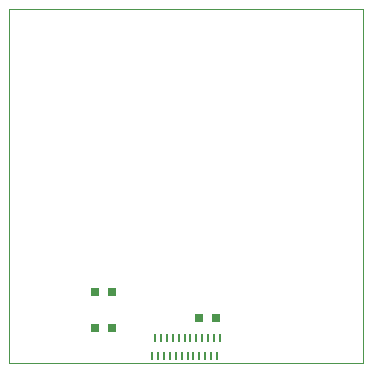
<source format=gtp>
G75*
%MOIN*%
%OFA0B0*%
%FSLAX25Y25*%
%IPPOS*%
%LPD*%
%AMOC8*
5,1,8,0,0,1.08239X$1,22.5*
%
%ADD10C,0.00000*%
%ADD11R,0.00984X0.02953*%
%ADD12R,0.03150X0.02756*%
D10*
X0032280Y0051256D02*
X0032280Y0169366D01*
X0150390Y0169366D01*
X0150390Y0051256D01*
X0032280Y0051256D01*
D11*
X0080016Y0053618D03*
X0081985Y0053618D03*
X0083953Y0053618D03*
X0085922Y0053618D03*
X0087890Y0053618D03*
X0089859Y0053618D03*
X0091827Y0053618D03*
X0093796Y0053618D03*
X0095764Y0053618D03*
X0097733Y0053618D03*
X0099701Y0053618D03*
X0101670Y0053618D03*
X0102654Y0059524D03*
X0100686Y0059524D03*
X0098717Y0059524D03*
X0096749Y0059524D03*
X0094780Y0059524D03*
X0092812Y0059524D03*
X0090843Y0059524D03*
X0088875Y0059524D03*
X0086906Y0059524D03*
X0084938Y0059524D03*
X0082969Y0059524D03*
X0081001Y0059524D03*
D12*
X0066532Y0063067D03*
X0061020Y0063067D03*
X0061020Y0074878D03*
X0066532Y0074878D03*
X0095666Y0066217D03*
X0101178Y0066217D03*
M02*

</source>
